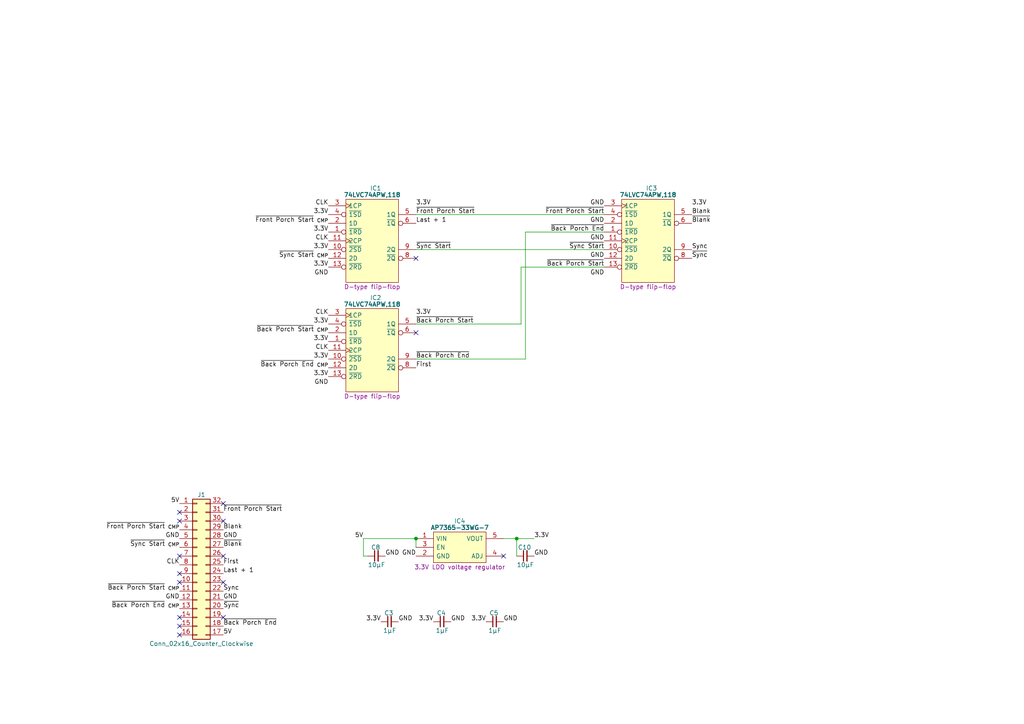
<source format=kicad_sch>
(kicad_sch (version 20230121) (generator eeschema)
  (paper "A4")
  (title_block (title "Video Blank and Sync") (date "2024-02-27") (rev "V0"))
  (lib_symbols
    (symbol "Connector_Generic:Conn_02x16_Counter_Clockwise" (pin_names (offset 1.016) hide)
      (property "Reference" "J" (at 1.27 20.32 0))
      (property "Value" "Conn_02x16_Counter_Clockwise" (at 1.27 -22.86 0))
      (symbol "Conn_02x16_Counter_Clockwise_1_1"
        (rectangle (start -1.27 -20.193) (end 0 -20.447) (stroke (width 0.1524)))
        (rectangle (start -1.27 -17.653) (end 0 -17.907) (stroke (width 0.1524)))
        (rectangle (start -1.27 -15.113) (end 0 -15.367) (stroke (width 0.1524)))
        (rectangle (start -1.27 -12.573) (end 0 -12.827) (stroke (width 0.1524)))
        (rectangle (start -1.27 -10.033) (end 0 -10.287) (stroke (width 0.1524)))
        (rectangle (start -1.27 -7.493) (end 0 -7.747) (stroke (width 0.1524)))
        (rectangle (start -1.27 -4.953) (end 0 -5.207) (stroke (width 0.1524)))
        (rectangle (start -1.27 -2.413) (end 0 -2.667) (stroke (width 0.1524)))
        (rectangle (start -1.27 0.127) (end 0 -0.127) (stroke (width 0.1524)))
        (rectangle (start -1.27 2.667) (end 0 2.413) (stroke (width 0.1524)))
        (rectangle (start -1.27 5.207) (end 0 4.953) (stroke (width 0.1524)))
        (rectangle (start -1.27 7.747) (end 0 7.493) (stroke (width 0.1524)))
        (rectangle (start -1.27 10.287) (end 0 10.033) (stroke (width 0.1524)))
        (rectangle (start -1.27 12.827) (end 0 12.573) (stroke (width 0.1524)))
        (rectangle (start -1.27 15.367) (end 0 15.113) (stroke (width 0.1524)))
        (rectangle (start -1.27 17.907) (end 0 17.653) (stroke (width 0.1524)))
        (rectangle (start -1.27 19.05) (end 3.81 -21.59) (stroke (width 0.254)) (fill (type background)))
        (rectangle (start 3.81 -20.193) (end 2.54 -20.447) (stroke (width 0.1524)))
        (rectangle (start 3.81 -17.653) (end 2.54 -17.907) (stroke (width 0.1524)))
        (rectangle (start 3.81 -15.113) (end 2.54 -15.367) (stroke (width 0.1524)))
        (rectangle (start 3.81 -12.573) (end 2.54 -12.827) (stroke (width 0.1524)))
        (rectangle (start 3.81 -10.033) (end 2.54 -10.287) (stroke (width 0.1524)))
        (rectangle (start 3.81 -7.493) (end 2.54 -7.747) (stroke (width 0.1524)))
        (rectangle (start 3.81 -4.953) (end 2.54 -5.207) (stroke (width 0.1524)))
        (rectangle (start 3.81 -2.413) (end 2.54 -2.667) (stroke (width 0.1524)))
        (rectangle (start 3.81 0.127) (end 2.54 -0.127) (stroke (width 0.1524)))
        (rectangle (start 3.81 2.667) (end 2.54 2.413) (stroke (width 0.1524)))
        (rectangle (start 3.81 5.207) (end 2.54 4.953) (stroke (width 0.1524)))
        (rectangle (start 3.81 7.747) (end 2.54 7.493) (stroke (width 0.1524)))
        (rectangle (start 3.81 10.287) (end 2.54 10.033) (stroke (width 0.1524)))
        (rectangle (start 3.81 12.827) (end 2.54 12.573) (stroke (width 0.1524)))
        (rectangle (start 3.81 15.367) (end 2.54 15.113) (stroke (width 0.1524)))
        (rectangle (start 3.81 17.907) (end 2.54 17.653) (stroke (width 0.1524)))
        (pin passive line (at -5.08 17.78 0) (length 3.81) (name "Pin_1") (number "1"))
        (pin passive line (at -5.08 -5.08 0) (length 3.81) (name "Pin_10") (number "10"))
        (pin passive line (at -5.08 -7.62 0) (length 3.81) (name "Pin_11") (number "11"))
        (pin passive line (at -5.08 -10.16 0) (length 3.81) (name "Pin_12") (number "12"))
        (pin passive line (at -5.08 -12.7 0) (length 3.81) (name "Pin_13") (number "13"))
        (pin passive line (at -5.08 -15.24 0) (length 3.81) (name "Pin_14") (number "14"))
        (pin passive line (at -5.08 -17.78 0) (length 3.81) (name "Pin_15") (number "15"))
        (pin passive line (at -5.08 -20.32 0) (length 3.81) (name "Pin_16") (number "16"))
        (pin passive line (at 7.62 -20.32 180) (length 3.81) (name "Pin_17") (number "17"))
        (pin passive line (at 7.62 -17.78 180) (length 3.81) (name "Pin_18") (number "18"))
        (pin passive line (at 7.62 -15.24 180) (length 3.81) (name "Pin_19") (number "19"))
        (pin passive line (at -5.08 15.24 0) (length 3.81) (name "Pin_2") (number "2"))
        (pin passive line (at 7.62 -12.7 180) (length 3.81) (name "Pin_20") (number "20"))
        (pin passive line (at 7.62 -10.16 180) (length 3.81) (name "Pin_21") (number "21"))
        (pin passive line (at 7.62 -7.62 180) (length 3.81) (name "Pin_22") (number "22"))
        (pin passive line (at 7.62 -5.08 180) (length 3.81) (name "Pin_23") (number "23"))
        (pin passive line (at 7.62 -2.54 180) (length 3.81) (name "Pin_24") (number "24"))
        (pin passive line (at 7.62 0 180) (length 3.81) (name "Pin_25") (number "25"))
        (pin passive line (at 7.62 2.54 180) (length 3.81) (name "Pin_26") (number "26"))
        (pin passive line (at 7.62 5.08 180) (length 3.81) (name "Pin_27") (number "27"))
        (pin passive line (at 7.62 7.62 180) (length 3.81) (name "Pin_28") (number "28"))
        (pin passive line (at 7.62 10.16 180) (length 3.81) (name "Pin_29") (number "29"))
        (pin passive line (at -5.08 12.7 0) (length 3.81) (name "Pin_3") (number "3"))
        (pin passive line (at 7.62 12.7 180) (length 3.81) (name "Pin_30") (number "30"))
        (pin passive line (at 7.62 15.24 180) (length 3.81) (name "Pin_31") (number "31"))
        (pin passive line (at 7.62 17.78 180) (length 3.81) (name "Pin_32") (number "32"))
        (pin passive line (at -5.08 10.16 0) (length 3.81) (name "Pin_4") (number "4"))
        (pin passive line (at -5.08 7.62 0) (length 3.81) (name "Pin_5") (number "5"))
        (pin passive line (at -5.08 5.08 0) (length 3.81) (name "Pin_6") (number "6"))
        (pin passive line (at -5.08 2.54 0) (length 3.81) (name "Pin_7") (number "7"))
        (pin passive line (at -5.08 0 0) (length 3.81) (name "Pin_8") (number "8"))
        (pin passive line (at -5.08 -2.54 0) (length 3.81) (name "Pin_9") (number "9"))
      )
    )
    (symbol "Diodes_Inc:AP7365-33WG-7" (pin_names (offset 0.762))
      (property "Reference" "IC" (at 12.7 5.08 0))
      (property "Value" "AP7365-33WG-7" (at 12.7 3.175 0))
      (property "Description" "3.3V LDO voltage regulator" (at 12.7 -8.255 0))
      (symbol "AP7365-33WG-7_0_0"
        (pin passive line (at 0 0 0) (length 5.08) (name "VIN") (number "1"))
        (pin passive line (at 0 -5.08 0) (length 5.08) (name "GND") (number "2"))
        (pin input line (at 0 -2.54 0) (length 5.08) (name "EN") (number "3"))
        (pin passive line (at 25.4 -5.08 180) (length 5.08) (name "ADJ") (number "4"))
        (pin passive line (at 25.4 0 180) (length 5.08) (name "VOUT") (number "5"))
      )
      (symbol "AP7365-33WG-7_0_1"
        (polyline (pts (xy 5.08 1.905) (xy 20.32 1.905) (xy 20.32 -6.985) (xy 5.08 -6.985) (xy 5.08 1.905)) (fill (type background)))
      )
    )
    (symbol "HCP65:C_0805" (pin_numbers hide) (pin_names (offset 0.254) hide)
      (property "Reference" "C" (at 2.286 2.54 0))
      (property "Value" "?μF" (at 2.54 -2.54 0))
      (symbol "C_0805_0_1"
        (polyline (pts (xy 1.9685 -1.4605) (xy 1.9685 1.5875)) (stroke (width 0.3048)))
        (polyline (pts (xy 2.9845 -1.4605) (xy 2.9845 1.5875)) (stroke (width 0.3302)))
      )
      (symbol "C_0805_1_1"
        (pin passive line (at 0 0 0) (length 2.032) (name "~") (number "1"))
        (pin passive line (at 5.08 0 180) (length 2.032) (name "~") (number "2"))
      )
    )
    (symbol "Nexperia:74LVC74APW,118" (pin_names (offset 0.762))
      (property "Reference" "IC" (at 12.065 5.08 0))
      (property "Value" "74LVC74APW,118" (at 12.7 3.175 0))
      (property "Description" "D-type flip-flop" (at 12.7 -23.495 0))
      (symbol "74LVC74APW,118_0_0"
        (pin input inverted (at 0 -7.62 0) (length 5.08) (name "~{1RD}") (number "1"))
        (pin input inverted (at 0 -12.7 0) (length 5.08) (name "~{2SD}") (number "10"))
        (pin input clock (at 0 -10.16 0) (length 5.08) (name "2CP") (number "11"))
        (pin input line (at 0 -15.24 0) (length 5.08) (name "2D") (number "12"))
        (pin input inverted (at 0 -17.78 0) (length 5.08) (name "~{2RD}") (number "13"))
        (pin passive line (at 25.4 0 180) (length 5.08) hide (name "3V") (number "14"))
        (pin input line (at 0 -5.08 0) (length 5.08) (name "1D") (number "2"))
        (pin input clock (at 0 0 0) (length 5.08) (name "1CP") (number "3"))
        (pin input inverted (at 0 -2.54 0) (length 5.08) (name "~{1SD}") (number "4"))
        (pin output line (at 25.4 -2.54 180) (length 5.08) (name "1Q") (number "5"))
        (pin output inverted (at 25.4 -5.08 180) (length 5.08) (name "~{1Q}") (number "6"))
        (pin passive line (at 0 -20.32 0) (length 5.08) hide (name "GND") (number "7"))
        (pin output inverted (at 25.4 -15.24 180) (length 5.08) (name "~{2Q}") (number "8"))
        (pin output line (at 25.4 -12.7 180) (length 5.08) (name "2Q") (number "9"))
      )
      (symbol "74LVC74APW,118_0_1"
        (polyline (pts (xy 5.08 1.905) (xy 20.32 1.905) (xy 20.32 -22.225) (xy 5.08 -22.225) (xy 5.08 1.905)) (stroke (width 0.1524)) (fill (type background)))
      )
    )
  )
  (junction (at 149.86 156.21))
  (junction (at 120.65 156.21))
  (no_connect (at 64.77 168.91))
  (no_connect (at 120.65 74.93))
  (no_connect (at 64.77 146.05))
  (no_connect (at 120.65 96.52))
  (no_connect (at 146.05 161.29))
  (no_connect (at 64.77 161.29))
  (no_connect (at 52.07 179.07))
  (no_connect (at 64.77 179.07))
  (no_connect (at 52.07 151.13))
  (no_connect (at 52.07 166.37))
  (no_connect (at 52.07 168.91))
  (no_connect (at 64.77 151.13))
  (no_connect (at 52.07 161.29))
  (no_connect (at 52.07 181.61))
  (no_connect (at 52.07 184.15))
  (no_connect (at 52.07 148.59))
  (wire (pts (xy 175.26 67.31) (xy 152.4 67.31)))
  (wire (pts (xy 146.05 156.21) (xy 149.86 156.21)))
  (wire (pts (xy 105.41 156.21) (xy 120.65 156.21)))
  (wire (pts (xy 120.65 72.39) (xy 175.26 72.39)))
  (wire (pts (xy 149.86 161.29) (xy 149.86 156.21)))
  (wire (pts (xy 105.41 156.21) (xy 105.41 161.29)))
  (wire (pts (xy 105.41 161.29) (xy 106.68 161.29)))
  (wire (pts (xy 152.4 104.14) (xy 120.65 104.14)))
  (wire (pts (xy 120.65 156.21) (xy 120.65 158.75)))
  (wire (pts (xy 120.65 62.23) (xy 175.26 62.23)))
  (wire (pts (xy 152.4 67.31) (xy 152.4 104.14)))
  (wire (pts (xy 151.13 77.47) (xy 175.26 77.47)))
  (wire (pts (xy 151.13 77.47) (xy 151.13 93.98)))
  (wire (pts (xy 151.13 93.98) (xy 120.65 93.98)))
  (wire (pts (xy 149.86 156.21) (xy 154.94 156.21)))
  (label "~{Sync}" (at 200.66 74.93 0))
  (label "GND" (at 175.26 64.77 180))
  (label "GND" (at 111.76 161.29 0))
  (label "3.3V" (at 95.25 99.06 180))
  (label "3.3V" (at 120.65 91.44 0))
  (label "GND" (at 146.05 180.34 0))
  (label "3.3V" (at 110.49 180.34 180))
  (label "~{Back Porch Start}" (at 120.65 93.98 0))
  (label "5V" (at 52.07 146.05 180))
  (label "~{Front Porch Start}" (at 64.77 148.59 0))
  (label "CLK" (at 95.25 91.44 180))
  (label "CLK" (at 52.07 163.83 180))
  (label "~{Front Porch Start}" (at 120.65 62.23 0))
  (label "Sync" (at 200.66 72.39 0))
  (label "~{Back Porch End} _{CMP}" (at 52.07 176.53 180))
  (label "3.3V" (at 95.25 109.22 180))
  (label "~{Front Porch Start} _{CMP}" (at 52.07 153.67 180))
  (label "GND" (at 115.57 180.34 0))
  (label "~{Back Porch End}" (at 175.26 67.31 180))
  (label "~{Sync}" (at 64.77 176.53 0))
  (label "CLK" (at 95.25 59.69 180))
  (label "GND" (at 120.65 161.29 180))
  (label "3.3V" (at 140.97 180.34 180))
  (label "Last + 1" (at 120.65 64.77 0))
  (label "First" (at 64.77 163.83 0))
  (label "CLK" (at 95.25 69.85 180))
  (label "GND" (at 175.26 59.69 180))
  (label "~{Back Porch End}" (at 120.65 104.14 0))
  (label "3.3V" (at 95.25 72.39 180))
  (label "~{Blank}" (at 200.66 64.77 0))
  (label "5V" (at 105.41 156.21 180))
  (label "Last + 1" (at 64.77 166.37 0))
  (label "~{Sync Start}" (at 175.26 72.39 180))
  (label "3.3V" (at 95.25 104.14 180))
  (label "3.3V" (at 95.25 93.98 180))
  (label "GND" (at 154.94 161.29 0))
  (label "CLK" (at 95.25 101.6 180))
  (label "GND" (at 175.26 74.93 180))
  (label "Blank" (at 64.77 153.67 0))
  (label "GND" (at 130.81 180.34 0))
  (label "~{Back Porch Start}" (at 175.26 77.47 180))
  (label "~{Sync Start} _{CMP}" (at 52.07 158.75 180))
  (label "GND" (at 95.25 111.76 180))
  (label "Sync" (at 64.77 171.45 0))
  (label "GND" (at 95.25 80.01 180))
  (label "~{Sync Start} _{CMP}" (at 95.25 74.93 180))
  (label "GND" (at 175.26 69.85 180))
  (label "~{Sync Start}" (at 120.65 72.39 0))
  (label "GND" (at 52.07 156.21 180))
  (label "~{Front Porch Start}" (at 175.26 62.23 180))
  (label "~{Blank}" (at 64.77 158.75 0))
  (label "Blank" (at 200.66 62.23 0))
  (label "5V" (at 64.77 184.15 0))
  (label "3.3V" (at 120.65 59.69 0))
  (label "GND" (at 52.07 173.99 180))
  (label "3.3V" (at 154.94 156.21 0))
  (label "~{Back Porch Start} _{CMP}" (at 52.07 171.45 180))
  (label "3.3V" (at 200.66 59.69 0))
  (label "GND" (at 175.26 80.01 180))
  (label "3.3V" (at 95.25 62.23 180))
  (label "GND" (at 64.77 156.21 0))
  (label "~{Front Porch Start} _{CMP}" (at 95.25 64.77 180))
  (label "GND" (at 64.77 173.99 0))
  (label "~{Back Porch End} _{CMP}" (at 95.25 106.68 180))
  (label "3.3V" (at 95.25 67.31 180))
  (label "3.3V" (at 125.73 180.34 180))
  (label "First" (at 120.65 106.68 0))
  (label "~{Back Porch Start} _{CMP}" (at 95.25 96.52 180))
  (label "3.3V" (at 95.25 77.47 180))
  (label "~{Back Porch End}" (at 64.77 181.61 0))
  (symbol (lib_id "HCP65:C_0805") (at 140.97 180.34 0) (unit 1)
    (property "Reference" "C5" (at 143.256 177.8 0))
    (property "Value" "1μF" (at 143.51 182.88 0))
    (property "Footprint" "SamacSys_Parts:C_0805" (effects hide))
  )
  (symbol (lib_id "Nexperia:74LVC74APW,118") (at 175.26 59.69 0) (unit 1)
    (property "Reference" "IC3" (at 187.325 54.61 0) (effects (justify left)))
    (property "Value" "74LVC74APW,118" (at 187.96 56.515 0) (effects (font bold)))
    (property "Footprint" "SOP65P640X110-14N" (effects hide))
    (property "Datasheet" "https://assets.nexperia.com/documents/data-sheet/74LVC74A.pdf" (effects hide))
    (property "Description" "D-type flip-flop" (at 187.96 83.185 0))
    (property "Height" "1.1" (effects hide))
    (property "Mouser Part Number" "771-74LVC74APW-T" (effects hide))
    (property "Mouser Price/Stock" "https://www.mouser.co.uk/ProductDetail/Nexperia/74LVC74APW118?qs=me8TqzrmIYVtXwVfet0lzw%3D%3D" (effects hide))
    (property "Manufacturer_Name" "Nexperia" (effects hide))
    (property "Manufacturer_Part_Number" "74LVC74APW,118" (effects hide))
    (property "Silkscreen" "74LVC74" (effects hide))
  )
  (symbol (lib_id "HCP65:C_0805") (at 110.49 180.34 0) (unit 1)
    (property "Reference" "C3" (at 112.776 177.8 0))
    (property "Value" "1μF" (at 113.03 182.88 0))
    (property "Footprint" "SamacSys_Parts:C_0805" (effects hide))
  )
  (symbol (lib_id "Connector_Generic:Conn_02x16_Counter_Clockwise") (at 57.15 163.83 0) (unit 1)
    (property "Reference" "J1" (at 58.42 143.51 0))
    (property "Value" "Conn_02x16_Counter_Clockwise" (at 58.42 186.69 0))
    (property "Footprint" "SamacSys_Parts:DIP-32_Board_W15.24mm" (effects hide))
  )
  (symbol (lib_id "HCP65:C_0805") (at 125.73 180.34 0) (unit 1)
    (property "Reference" "C4" (at 128.016 177.8 0))
    (property "Value" "1μF" (at 128.27 182.88 0))
    (property "Footprint" "SamacSys_Parts:C_0805" (effects hide))
  )
  (symbol (lib_id "Diodes_Inc:AP7365-33WG-7") (at 120.65 156.21 0) (unit 1)
    (property "Reference" "IC4" (at 133.35 151.13 0))
    (property "Value" "AP7365-33WG-7" (at 133.35 153.035 0) (effects (font bold)))
    (property "Footprint" "SOT95P285X130-5N" (effects hide))
    (property "Datasheet" "https://componentsearchengine.com/Datasheets/1/AP7365-33WG-7.pdf" (effects hide))
    (property "Description" "3.3V LDO voltage regulator" (at 133.35 164.465 0))
    (property "Height" "1.3" (effects hide))
    (property "Manufacturer_Name" "Diodes Inc." (effects hide))
    (property "Manufacturer_Part_Number" "AP7365-33WG-7" (effects hide))
    (property "Mouser Part Number" "621-AP7365-33WG-7" (effects hide))
    (property "Mouser Price/Stock" "https://www.mouser.co.uk/ProductDetail/Diodes-Incorporated/AP7365-33WG-7?qs=abZ1nkZpTuOZFvxvoFPL0w%3D%3D" (effects hide))
    (property "Arrow Part Number" "AP7365-33WG-7" (effects hide))
    (property "Arrow Price/Stock" "https://www.arrow.com/en/products/ap7365-33wg-7/diodes-incorporated?region=nac" (effects hide))
    (property "Silkscreen" "AP7365" (effects hide))
  )
  (symbol (lib_id "Nexperia:74LVC74APW,118") (at 95.25 91.44 0) (unit 1)
    (property "Reference" "IC2" (at 107.315 86.36 0) (effects (justify left)))
    (property "Value" "74LVC74APW,118" (at 107.95 88.265 0) (effects (font bold)))
    (property "Footprint" "SOP65P640X110-14N" (effects hide))
    (property "Datasheet" "https://assets.nexperia.com/documents/data-sheet/74LVC74A.pdf" (effects hide))
    (property "Description" "D-type flip-flop" (at 107.95 114.935 0))
    (property "Height" "1.1" (effects hide))
    (property "Mouser Part Number" "771-74LVC74APW-T" (effects hide))
    (property "Mouser Price/Stock" "https://www.mouser.co.uk/ProductDetail/Nexperia/74LVC74APW118?qs=me8TqzrmIYVtXwVfet0lzw%3D%3D" (effects hide))
    (property "Manufacturer_Name" "Nexperia" (effects hide))
    (property "Manufacturer_Part_Number" "74LVC74APW,118" (effects hide))
    (property "Silkscreen" "74LVC74" (effects hide))
  )
  (symbol (lib_id "Nexperia:74LVC74APW,118") (at 95.25 59.69 0) (unit 1)
    (property "Reference" "IC1" (at 107.315 54.61 0) (effects (justify left)))
    (property "Value" "74LVC74APW,118" (at 107.95 56.515 0) (effects (font bold)))
    (property "Footprint" "SOP65P640X110-14N" (effects hide))
    (property "Datasheet" "https://assets.nexperia.com/documents/data-sheet/74LVC74A.pdf" (effects hide))
    (property "Description" "D-type flip-flop" (at 107.95 83.185 0))
    (property "Height" "1.1" (effects hide))
    (property "Mouser Part Number" "771-74LVC74APW-T" (effects hide))
    (property "Mouser Price/Stock" "https://www.mouser.co.uk/ProductDetail/Nexperia/74LVC74APW118?qs=me8TqzrmIYVtXwVfet0lzw%3D%3D" (effects hide))
    (property "Manufacturer_Name" "Nexperia" (effects hide))
    (property "Manufacturer_Part_Number" "74LVC74APW,118" (effects hide))
    (property "Silkscreen" "74LVC74" (effects hide))
  )
  (symbol (lib_id "HCP65:C_0805") (at 106.68 161.29 0) (unit 1)
    (property "Reference" "C8" (at 108.966 158.75 0))
    (property "Value" "10µF" (at 106.68 163.83 0) (effects (justify left)))
    (property "Footprint" "SamacSys_Parts:C_0805" (effects hide))
  )
  (symbol (lib_id "HCP65:C_0805") (at 149.86 161.29 0) (unit 1)
    (property "Reference" "C10" (at 152.146 158.75 0))
    (property "Value" "10µF" (at 149.86 163.83 0) (effects (justify left)))
    (property "Footprint" "SamacSys_Parts:C_0805" (effects hide))
  )
)
</source>
